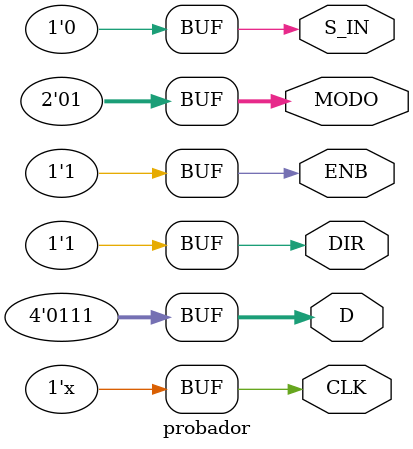
<source format=v>
module probador
  ( 
    output reg 	     CLK,
    output reg 	     ENB,
    output reg 	     DIR,
    output reg 	     S_IN,
    output reg [1:0] MODO,
    output reg [3:0] D
    );


   initial
     begin

        CLK <= 0;
        ENB <= 0;
        S_IN <= 1;
	D <= 4'b0000;
        MODO <= 2'b10;
        DIR <= 0;

	#42 ENB <= 1;

        #10 $display("   Parallel charge");
        #30 D <= 4'b0001;
        #30 D <= 4'b0011;
        #30 D <= 4'b0111;
        #30 D <= 4'b1111;
	
        //Rotation to the left
        #100 $display("    Rotation to the left");
        D <= 4'b0000;
        MODO <= 2'b10;

        #100 MODO <= 2'b00;

        //Rotation to the right
        #200 $display("   Rotation to the right");
        DIR <= 1;
        S_IN <= 0;

        //Circular rotation to the left
        #200 $display("   Circular rotation to the left");
        MODO <= 2'b10;
        D <= 4'b0111;

        #200 MODO <= 2'b01;
        DIR <= 0;

        //Circular rotation to the right
        #200 $display("   Circular rotation to the right");
        DIR <= 1;

     end

   
   always
     begin
        #20 CLK <= ~CLK;
     end


endmodule // probador

</source>
